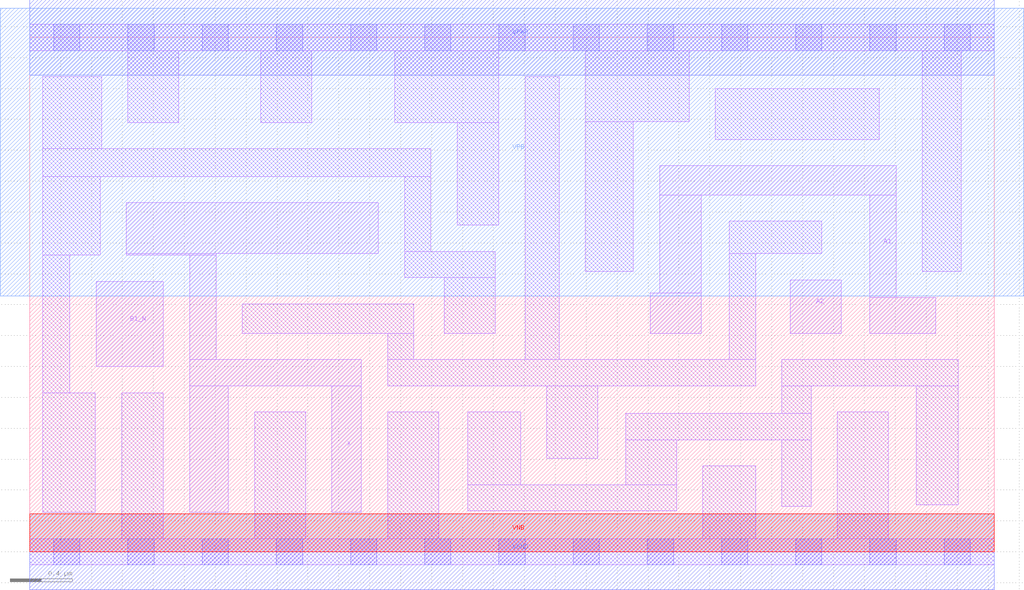
<source format=lef>
# Copyright 2020 The SkyWater PDK Authors
#
# Licensed under the Apache License, Version 2.0 (the "License");
# you may not use this file except in compliance with the License.
# You may obtain a copy of the License at
#
#     https://www.apache.org/licenses/LICENSE-2.0
#
# Unless required by applicable law or agreed to in writing, software
# distributed under the License is distributed on an "AS IS" BASIS,
# WITHOUT WARRANTIES OR CONDITIONS OF ANY KIND, either express or implied.
# See the License for the specific language governing permissions and
# limitations under the License.
#
# SPDX-License-Identifier: Apache-2.0

VERSION 5.7 ;
  NOWIREEXTENSIONATPIN ON ;
  DIVIDERCHAR "/" ;
  BUSBITCHARS "[]" ;
MACRO sky130_fd_sc_lp__o21ba_4
  CLASS CORE ;
  FOREIGN sky130_fd_sc_lp__o21ba_4 ;
  ORIGIN  0.000000  0.000000 ;
  SIZE  6.240000 BY  3.330000 ;
  SYMMETRY X Y R90 ;
  SITE unit ;
  PIN A1
    ANTENNAGATEAREA  0.630000 ;
    DIRECTION INPUT ;
    USE SIGNAL ;
    PORT
      LAYER li1 ;
        RECT 4.015000 1.415000 4.345000 1.675000 ;
        RECT 4.075000 1.675000 4.345000 2.310000 ;
        RECT 4.075000 2.310000 5.605000 2.500000 ;
        RECT 5.435000 1.415000 5.860000 1.645000 ;
        RECT 5.435000 1.645000 5.605000 2.310000 ;
    END
  END A1
  PIN A2
    ANTENNAGATEAREA  0.630000 ;
    DIRECTION INPUT ;
    USE SIGNAL ;
    PORT
      LAYER li1 ;
        RECT 4.920000 1.415000 5.250000 1.760000 ;
    END
  END A2
  PIN B1_N
    ANTENNAGATEAREA  0.315000 ;
    DIRECTION INPUT ;
    USE SIGNAL ;
    PORT
      LAYER li1 ;
        RECT 0.430000 1.200000 0.865000 1.750000 ;
    END
  END B1_N
  PIN X
    ANTENNADIFFAREA  1.176000 ;
    DIRECTION OUTPUT ;
    USE SIGNAL ;
    PORT
      LAYER li1 ;
        RECT 0.625000 1.920000 1.205000 1.930000 ;
        RECT 0.625000 1.930000 2.255000 2.260000 ;
        RECT 1.035000 0.255000 1.285000 1.075000 ;
        RECT 1.035000 1.075000 2.145000 1.245000 ;
        RECT 1.035000 1.245000 1.205000 1.920000 ;
        RECT 1.955000 0.255000 2.145000 1.075000 ;
    END
  END X
  PIN VGND
    DIRECTION INOUT ;
    USE GROUND ;
    PORT
      LAYER met1 ;
        RECT 0.000000 -0.245000 6.240000 0.245000 ;
    END
  END VGND
  PIN VNB
    DIRECTION INOUT ;
    USE GROUND ;
    PORT
      LAYER pwell ;
        RECT 0.000000 0.000000 6.240000 0.245000 ;
    END
  END VNB
  PIN VPB
    DIRECTION INOUT ;
    USE POWER ;
    PORT
      LAYER nwell ;
        RECT -0.190000 1.655000 6.430000 3.520000 ;
    END
  END VPB
  PIN VPWR
    DIRECTION INOUT ;
    USE POWER ;
    PORT
      LAYER met1 ;
        RECT 0.000000 3.085000 6.240000 3.575000 ;
    END
  END VPWR
  OBS
    LAYER li1 ;
      RECT 0.000000 -0.085000 6.240000 0.085000 ;
      RECT 0.000000  3.245000 6.240000 3.415000 ;
      RECT 0.085000  0.255000 0.425000 1.030000 ;
      RECT 0.085000  1.030000 0.260000 1.920000 ;
      RECT 0.085000  1.920000 0.455000 2.430000 ;
      RECT 0.085000  2.430000 2.595000 2.610000 ;
      RECT 0.085000  2.610000 0.465000 3.075000 ;
      RECT 0.595000  0.085000 0.865000 1.030000 ;
      RECT 0.635000  2.780000 0.965000 3.245000 ;
      RECT 1.375000  1.415000 2.485000 1.605000 ;
      RECT 1.455000  0.085000 1.785000 0.905000 ;
      RECT 1.495000  2.780000 1.825000 3.245000 ;
      RECT 2.315000  0.085000 2.645000 0.905000 ;
      RECT 2.315000  1.075000 4.695000 1.245000 ;
      RECT 2.315000  1.245000 2.485000 1.415000 ;
      RECT 2.360000  2.780000 3.035000 3.245000 ;
      RECT 2.425000  1.775000 3.010000 1.945000 ;
      RECT 2.425000  1.945000 2.595000 2.430000 ;
      RECT 2.680000  1.415000 3.010000 1.775000 ;
      RECT 2.765000  2.115000 3.035000 2.780000 ;
      RECT 2.835000  0.265000 4.185000 0.435000 ;
      RECT 2.835000  0.435000 3.175000 0.905000 ;
      RECT 3.205000  1.245000 3.425000 3.075000 ;
      RECT 3.345000  0.605000 3.675000 1.075000 ;
      RECT 3.595000  1.815000 3.905000 2.785000 ;
      RECT 3.595000  2.785000 4.265000 3.245000 ;
      RECT 3.855000  0.435000 4.185000 0.725000 ;
      RECT 3.855000  0.725000 5.055000 0.895000 ;
      RECT 4.355000  0.085000 4.695000 0.555000 ;
      RECT 4.435000  2.670000 5.495000 3.000000 ;
      RECT 4.525000  1.245000 4.695000 1.930000 ;
      RECT 4.525000  1.930000 5.125000 2.140000 ;
      RECT 4.865000  0.295000 5.055000 0.725000 ;
      RECT 4.865000  0.895000 5.055000 1.075000 ;
      RECT 4.865000  1.075000 6.005000 1.245000 ;
      RECT 5.225000  0.085000 5.555000 0.905000 ;
      RECT 5.735000  0.305000 6.005000 1.075000 ;
      RECT 5.775000  1.815000 6.025000 3.245000 ;
    LAYER mcon ;
      RECT 0.155000 -0.085000 0.325000 0.085000 ;
      RECT 0.155000  3.245000 0.325000 3.415000 ;
      RECT 0.635000 -0.085000 0.805000 0.085000 ;
      RECT 0.635000  3.245000 0.805000 3.415000 ;
      RECT 1.115000 -0.085000 1.285000 0.085000 ;
      RECT 1.115000  3.245000 1.285000 3.415000 ;
      RECT 1.595000 -0.085000 1.765000 0.085000 ;
      RECT 1.595000  3.245000 1.765000 3.415000 ;
      RECT 2.075000 -0.085000 2.245000 0.085000 ;
      RECT 2.075000  3.245000 2.245000 3.415000 ;
      RECT 2.555000 -0.085000 2.725000 0.085000 ;
      RECT 2.555000  3.245000 2.725000 3.415000 ;
      RECT 3.035000 -0.085000 3.205000 0.085000 ;
      RECT 3.035000  3.245000 3.205000 3.415000 ;
      RECT 3.515000 -0.085000 3.685000 0.085000 ;
      RECT 3.515000  3.245000 3.685000 3.415000 ;
      RECT 3.995000 -0.085000 4.165000 0.085000 ;
      RECT 3.995000  3.245000 4.165000 3.415000 ;
      RECT 4.475000 -0.085000 4.645000 0.085000 ;
      RECT 4.475000  3.245000 4.645000 3.415000 ;
      RECT 4.955000 -0.085000 5.125000 0.085000 ;
      RECT 4.955000  3.245000 5.125000 3.415000 ;
      RECT 5.435000 -0.085000 5.605000 0.085000 ;
      RECT 5.435000  3.245000 5.605000 3.415000 ;
      RECT 5.915000 -0.085000 6.085000 0.085000 ;
      RECT 5.915000  3.245000 6.085000 3.415000 ;
  END
END sky130_fd_sc_lp__o21ba_4
END LIBRARY

</source>
